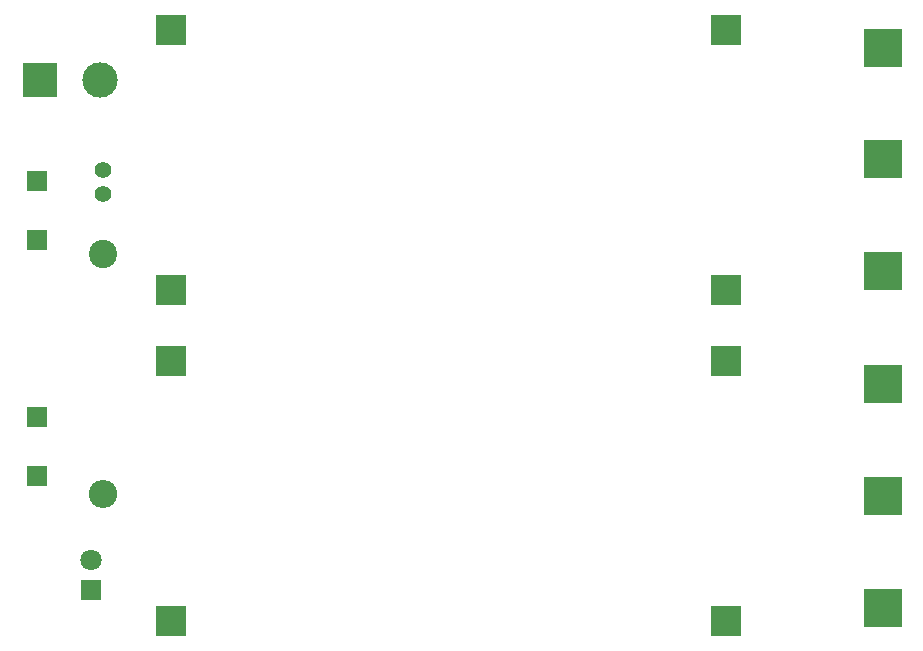
<source format=gbr>
G04 #@! TF.GenerationSoftware,KiCad,Pcbnew,(5.1.2)-2*
G04 #@! TF.CreationDate,2020-04-22T12:52:17+07:00*
G04 #@! TF.ProjectId,power_vedal,706f7765-725f-4766-9564-616c2e6b6963,rev?*
G04 #@! TF.SameCoordinates,Original*
G04 #@! TF.FileFunction,Copper,L1,Top*
G04 #@! TF.FilePolarity,Positive*
%FSLAX46Y46*%
G04 Gerber Fmt 4.6, Leading zero omitted, Abs format (unit mm)*
G04 Created by KiCad (PCBNEW (5.1.2)-2) date 2020-04-22 12:52:17*
%MOMM*%
%LPD*%
G04 APERTURE LIST*
%ADD10C,1.400000*%
%ADD11R,1.800000X1.800000*%
%ADD12C,1.800000*%
%ADD13R,3.000000X3.000000*%
%ADD14C,3.000000*%
%ADD15R,2.500000X2.500000*%
%ADD16C,2.400000*%
%ADD17O,2.400000X2.400000*%
%ADD18R,3.200000X3.200000*%
G04 APERTURE END LIST*
D10*
X76962000Y-50800000D03*
X76962000Y-52800000D03*
D11*
X75946000Y-86360000D03*
D12*
X75946000Y-83820000D03*
D13*
X71628000Y-43180000D03*
D14*
X76708000Y-43180000D03*
D15*
X82706001Y-38922001D03*
X82706001Y-60922001D03*
X129706001Y-38922001D03*
X129706001Y-60922001D03*
X129706001Y-88962001D03*
X129706001Y-66962001D03*
X82706001Y-88962001D03*
X82706001Y-66962001D03*
D16*
X76962000Y-57912000D03*
D17*
X76962000Y-78232000D03*
D11*
X71374000Y-76708000D03*
X71374000Y-71708000D03*
X71374000Y-56708000D03*
X71374000Y-51708000D03*
D18*
X143002000Y-87884000D03*
X143002000Y-78384000D03*
X143002000Y-68884000D03*
X143002000Y-59384000D03*
X143002000Y-49884000D03*
X143002000Y-40484000D03*
M02*

</source>
